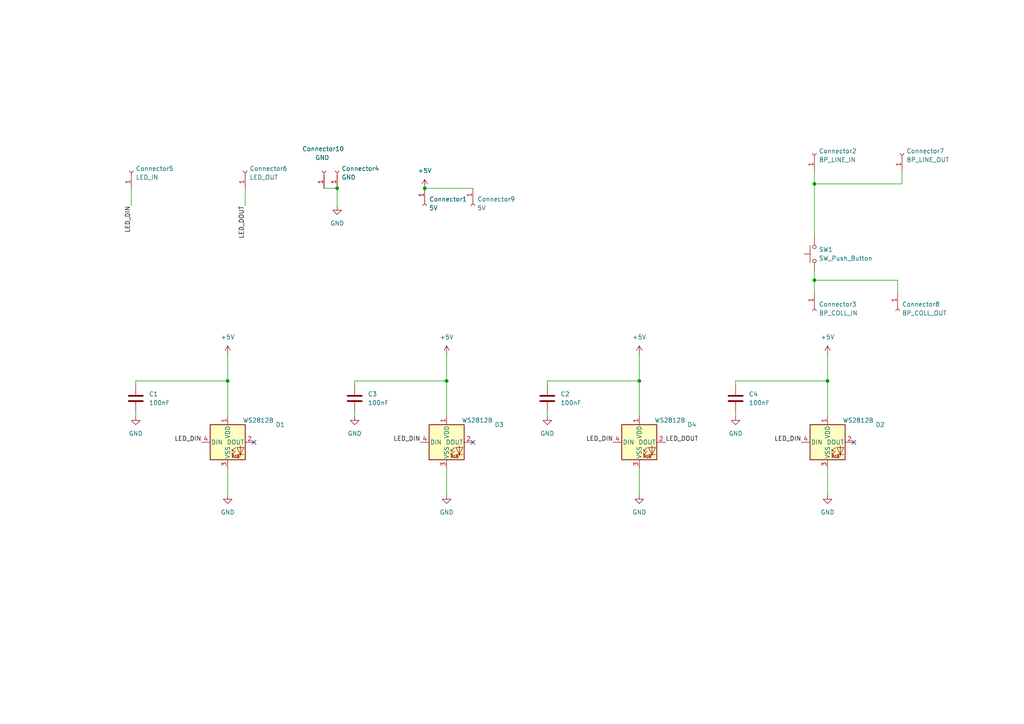
<source format=kicad_sch>
(kicad_sch (version 20230121) (generator eeschema)
  (paper "A4")
  (lib_symbols
    (symbol "Connector:Conn_01x01_Socket" (pin_names (offset 1.016) hide)
      (property "Reference" "J" (at 0 2.54 0))
      (property "Value" "Conn_01x01_Socket" (at 0 -2.54 0))
      (symbol "Conn_01x01_Socket_1_1"
        (polyline (pts (xy -1.27 0) (xy -0.508 0)) (stroke (width 0.1524)))
        (arc (start 0 0.508) (mid -0.5058 0) (end 0 -0.508) (stroke (width 0.1524)))
        (pin passive line (at -5.08 0 0) (length 3.81) (name "Pin_1") (number "1"))
      )
    )
    (symbol "Device:C" (pin_numbers hide) (pin_names (offset 0.254))
      (property "Reference" "C" (at 0.635 2.54 0))
      (property "Value" "C" (at 0.635 -2.54 0))
      (symbol "C_0_1"
        (polyline (pts (xy -2.032 -0.762) (xy 2.032 -0.762)) (stroke (width 0.508)))
        (polyline (pts (xy -2.032 0.762) (xy 2.032 0.762)) (stroke (width 0.508)))
      )
      (symbol "C_1_1"
        (pin passive line (at 0 3.81 270) (length 2.794) (name "~") (number "1"))
        (pin passive line (at 0 -3.81 90) (length 2.794) (name "~") (number "2"))
      )
    )
    (symbol "LED:WS2812B" (pin_names (offset 0.254))
      (property "Reference" "D" (at 5.08 5.715 0))
      (property "Value" "WS2812B" (at 1.27 -5.715 0))
      (symbol "WS2812B_0_0"
        (text "RGB" (at 2.286 -4.191 0) (effects (font (size 0.762 0.762))))
      )
      (symbol "WS2812B_0_1"
        (polyline (pts (xy 1.27 -3.556) (xy 1.778 -3.556)))
        (polyline (pts (xy 1.27 -2.54) (xy 1.778 -2.54)))
        (polyline (pts (xy 4.699 -3.556) (xy 2.667 -3.556)))
        (polyline (pts (xy 2.286 -2.54) (xy 1.27 -3.556) (xy 1.27 -3.048)))
        (polyline (pts (xy 2.286 -1.524) (xy 1.27 -2.54) (xy 1.27 -2.032)))
        (polyline (pts (xy 3.683 -1.016) (xy 3.683 -3.556) (xy 3.683 -4.064)))
        (polyline (pts (xy 4.699 -1.524) (xy 2.667 -1.524) (xy 3.683 -3.556) (xy 4.699 -1.524)))
        (rectangle (start 5.08 5.08) (end -5.08 -5.08) (stroke (width 0.254)) (fill (type background)))
      )
      (symbol "WS2812B_1_1"
        (pin power_in line (at 0 7.62 270) (length 2.54) (name "VDD") (number "1"))
        (pin output line (at 7.62 0 180) (length 2.54) (name "DOUT") (number "2"))
        (pin power_in line (at 0 -7.62 90) (length 2.54) (name "VSS") (number "3"))
        (pin input line (at -7.62 0 0) (length 2.54) (name "DIN") (number "4"))
      )
    )
    (symbol "Lib_Proj_Balances:SW_Push_Button" (pin_numbers hide) (pin_names (offset 1.016) hide)
      (property "Reference" "SW" (at 1.27 2.54 0))
      (property "Value" "SW_Push_Button" (at 0 -1.524 0))
      (symbol "SW_Push_Button_0_1"
        (circle (center -2.032 0) (radius 0.508))
        (polyline (pts (xy 0 1.27) (xy 0 3.048)))
        (polyline (pts (xy 2.54 1.27) (xy -2.54 1.27)))
        (circle (center 2.032 0) (radius 0.508))
        (pin passive line (at -5.08 0 0) (length 2.54) (name "1") (number "1"))
        (pin passive line (at 5.08 0 180) (length 2.54) (name "2") (number "2"))
      )
    )
    (symbol "power:+5V" (power) (pin_names (offset 0))
      (property "Value" "+5V" (at 0 3.556 0))
      (symbol "+5V_0_1"
        (polyline (pts (xy -0.762 1.27) (xy 0 2.54)))
        (polyline (pts (xy 0 0) (xy 0 2.54)))
        (polyline (pts (xy 0 2.54) (xy 0.762 1.27)))
      )
      (symbol "+5V_1_1"
        (pin power_in line (at 0 0 90) (length 0) hide (name "+5V") (number "1"))
      )
    )
    (symbol "power:GND" (power) (pin_names (offset 0))
      (property "Value" "GND" (at 0 -3.81 0))
      (symbol "GND_0_1"
        (polyline (pts (xy 0 0) (xy 0 -1.27) (xy 1.27 -1.27) (xy 0 -2.54) (xy -1.27 -1.27) (xy 0 -1.27)))
      )
      (symbol "GND_1_1"
        (pin power_in line (at 0 0 270) (length 0) hide (name "GND") (number "1"))
      )
    )
  )
  (junction (at 236.22 81.28))
  (junction (at 123.19 54.61))
  (junction (at 66.04 110.49))
  (junction (at 129.54 110.49))
  (junction (at 185.42 110.49))
  (junction (at 97.79 54.61))
  (junction (at 236.22 53.34))
  (junction (at 240.03 110.49))
  (no_connect (at 137.16 128.27))
  (no_connect (at 73.66 128.27))
  (no_connect (at 247.65 128.27))
  (wire (pts (xy 236.22 49.53) (xy 236.22 53.34)))
  (wire (pts (xy 102.87 111.76) (xy 102.87 110.49)))
  (wire (pts (xy 240.03 135.89) (xy 240.03 143.51)))
  (wire (pts (xy 93.98 54.61) (xy 97.79 54.61)))
  (wire (pts (xy 66.04 135.89) (xy 66.04 143.51)))
  (wire (pts (xy 185.42 135.89) (xy 185.42 143.51)))
  (wire (pts (xy 213.36 119.38) (xy 213.36 120.65)))
  (wire (pts (xy 158.75 111.76) (xy 158.75 110.49)))
  (wire (pts (xy 158.75 110.49) (xy 185.42 110.49)))
  (wire (pts (xy 39.37 110.49) (xy 66.04 110.49)))
  (wire (pts (xy 185.42 110.49) (xy 185.42 120.65)))
  (wire (pts (xy 38.1 54.61) (xy 38.1 59.69)))
  (wire (pts (xy 71.12 54.61) (xy 71.12 59.69)))
  (wire (pts (xy 158.75 119.38) (xy 158.75 120.65)))
  (wire (pts (xy 102.87 119.38) (xy 102.87 120.65)))
  (wire (pts (xy 129.54 110.49) (xy 129.54 120.65)))
  (wire (pts (xy 236.22 81.28) (xy 236.22 85.09)))
  (wire (pts (xy 236.22 78.74) (xy 236.22 81.28)))
  (wire (pts (xy 97.79 54.61) (xy 97.79 59.69)))
  (wire (pts (xy 240.03 102.87) (xy 240.03 110.49)))
  (wire (pts (xy 129.54 102.87) (xy 129.54 110.49)))
  (wire (pts (xy 213.36 111.76) (xy 213.36 110.49)))
  (wire (pts (xy 39.37 119.38) (xy 39.37 120.65)))
  (wire (pts (xy 129.54 135.89) (xy 129.54 143.51)))
  (wire (pts (xy 260.35 85.09) (xy 260.35 81.28)))
  (wire (pts (xy 185.42 102.87) (xy 185.42 110.49)))
  (wire (pts (xy 240.03 110.49) (xy 240.03 120.65)))
  (wire (pts (xy 260.35 81.28) (xy 236.22 81.28)))
  (wire (pts (xy 236.22 53.34) (xy 261.62 53.34)))
  (wire (pts (xy 236.22 53.34) (xy 236.22 68.58)))
  (wire (pts (xy 261.62 49.53) (xy 261.62 53.34)))
  (wire (pts (xy 66.04 102.87) (xy 66.04 110.49)))
  (wire (pts (xy 102.87 110.49) (xy 129.54 110.49)))
  (wire (pts (xy 39.37 111.76) (xy 39.37 110.49)))
  (wire (pts (xy 123.19 54.61) (xy 137.16 54.61)))
  (wire (pts (xy 213.36 110.49) (xy 240.03 110.49)))
  (wire (pts (xy 66.04 110.49) (xy 66.04 120.65)))
  (label "LED_DIN" (at 121.92 128.27 180))
  (label "LED_DOUT" (at 71.12 59.69 270))
  (label "LED_DIN" (at 38.1 59.69 270))
  (label "LED_DIN" (at 177.8 128.27 180))
  (label "LED_DIN" (at 58.42 128.27 180))
  (label "LED_DOUT" (at 193.04 128.27 0))
  (label "LED_DIN" (at 232.41 128.27 180))
  (symbol (lib_id "Connector:Conn_01x01_Socket") (at 236.22 44.45 90) (unit 1)
    (property "Reference" "Connector2" (at 237.49 43.815 90) (effects (justify right)))
    (property "Value" "BP_LINE_IN" (at 237.49 46.355 90) (effects (justify right)))
    (property "Footprint" "Connector_PinHeader_2.54mm:PinHeader_1x01_P2.54mm_Vertical" (effects hide))
  )
  (symbol (lib_id "power:GND") (at 102.87 120.65 0) (unit 1)
    (property "Reference" "#PWR09" (effects hide))
    (property "Value" "GND" (at 102.87 125.73 0))
  )
  (symbol (lib_id "power:+5V") (at 185.42 102.87 0) (unit 1)
    (property "Reference" "#PWR07" (effects hide))
    (property "Value" "+5V" (at 185.42 97.79 0))
  )
  (symbol (lib_id "Device:C") (at 213.36 115.57 0) (unit 1)
    (property "Reference" "C4" (at 217.17 114.3 0) (effects (justify left)))
    (property "Value" "100nF" (at 217.17 116.84 0) (effects (justify left)))
    (property "Footprint" "Capacitor_SMD:C_1206_3216Metric" (effects hide))
  )
  (symbol (lib_id "Connector:Conn_01x01_Socket") (at 261.62 44.45 90) (unit 1)
    (property "Reference" "Connector7" (at 262.89 43.815 90) (effects (justify right)))
    (property "Value" "BP_LINE_OUT" (at 262.89 46.355 90) (effects (justify right)))
    (property "Footprint" "Connector_PinHeader_2.54mm:PinHeader_1x01_P2.54mm_Vertical" (effects hide))
  )
  (symbol (lib_id "Connector:Conn_01x01_Socket") (at 236.22 90.17 270) (unit 1)
    (property "Reference" "Connector3" (at 237.49 88.265 90) (effects (justify left)))
    (property "Value" "BP_COLL_IN" (at 237.49 90.805 90) (effects (justify left)))
    (property "Footprint" "Connector_PinHeader_2.54mm:PinHeader_1x01_P2.54mm_Vertical" (effects hide))
  )
  (symbol (lib_id "Connector:Conn_01x01_Socket") (at 97.79 49.53 90) (unit 1)
    (property "Reference" "Connector4" (at 99.06 48.895 90) (effects (justify right)))
    (property "Value" "GND" (at 99.06 51.435 90) (effects (justify right)))
    (property "Footprint" "Connector_PinHeader_2.54mm:PinHeader_1x01_P2.54mm_Vertical" (effects hide))
  )
  (symbol (lib_id "power:GND") (at 66.04 143.51 0) (unit 1)
    (property "Reference" "#PWR01" (effects hide))
    (property "Value" "GND" (at 66.04 148.59 0))
  )
  (symbol (lib_id "Connector:Conn_01x01_Socket") (at 71.12 49.53 90) (unit 1)
    (property "Reference" "Connector6" (at 72.39 48.895 90) (effects (justify right)))
    (property "Value" "LED_OUT" (at 72.39 51.435 90) (effects (justify right)))
    (property "Footprint" "Connector_PinHeader_2.54mm:PinHeader_1x01_P2.54mm_Vertical" (effects hide))
  )
  (symbol (lib_id "Connector:Conn_01x01_Socket") (at 93.98 49.53 90) (unit 1)
    (property "Reference" "Connector10" (at 87.63 43.18 90) (effects (justify right)))
    (property "Value" "GND" (at 91.44 45.72 90) (effects (justify right)))
    (property "Footprint" "Connector_PinHeader_2.54mm:PinHeader_1x01_P2.54mm_Vertical" (effects hide))
  )
  (symbol (lib_id "Connector:Conn_01x01_Socket") (at 38.1 49.53 90) (unit 1)
    (property "Reference" "Connector5" (at 39.37 48.895 90) (effects (justify right)))
    (property "Value" "LED_IN" (at 39.37 51.435 90) (effects (justify right)))
    (property "Footprint" "Connector_PinHeader_2.54mm:PinHeader_1x01_P2.54mm_Vertical" (effects hide))
  )
  (symbol (lib_id "power:GND") (at 97.79 59.69 0) (unit 1)
    (property "Reference" "#PWR04" (effects hide))
    (property "Value" "GND" (at 97.79 64.77 0))
  )
  (symbol (lib_id "LED:WS2812B") (at 240.03 128.27 0) (unit 1)
    (property "Reference" "D2" (at 255.27 123.19 0))
    (property "Value" "WS2812B" (at 248.92 121.92 0))
    (property "Footprint" "LED_SMD:LED_WS2812B_PLCC4_5.0x5.0mm_P3.2mm" (effects hide))
    (property "Datasheet" "https://cdn-shop.adafruit.com/datasheets/WS2812B.pdf" (effects hide))
  )
  (symbol (lib_id "power:GND") (at 213.36 120.65 0) (unit 1)
    (property "Reference" "#PWR012" (effects hide))
    (property "Value" "GND" (at 213.36 125.73 0))
  )
  (symbol (lib_id "Connector:Conn_01x01_Socket") (at 260.35 90.17 270) (unit 1)
    (property "Reference" "Connector8" (at 261.62 88.265 90) (effects (justify left)))
    (property "Value" "BP_COLL_OUT" (at 261.62 90.805 90) (effects (justify left)))
    (property "Footprint" "Connector_PinHeader_2.54mm:PinHeader_1x01_P2.54mm_Vertical" (effects hide))
  )
  (symbol (lib_id "Device:C") (at 39.37 115.57 0) (unit 1)
    (property "Reference" "C1" (at 43.18 114.3 0) (effects (justify left)))
    (property "Value" "100nF" (at 43.18 116.84 0) (effects (justify left)))
    (property "Footprint" "Capacitor_SMD:C_1206_3216Metric" (effects hide))
  )
  (symbol (lib_id "Lib_Proj_Balances:SW_Push_Button") (at 236.22 73.66 90) (unit 1)
    (property "Reference" "SW1" (at 237.49 72.39 90) (effects (justify right)))
    (property "Value" "SW_Push_Button" (at 237.49 74.93 90) (effects (justify right)))
    (property "Footprint" "Button_Switch_THT:SW_PUSH_6mm" (effects hide))
  )
  (symbol (lib_id "power:+5V") (at 123.19 54.61 0) (unit 1)
    (property "Reference" "#PWR05" (effects hide))
    (property "Value" "+5V" (at 123.19 49.53 0))
  )
  (symbol (lib_id "power:GND") (at 129.54 143.51 0) (unit 1)
    (property "Reference" "#PWR011" (effects hide))
    (property "Value" "GND" (at 129.54 148.59 0))
  )
  (symbol (lib_id "power:+5V") (at 129.54 102.87 0) (unit 1)
    (property "Reference" "#PWR010" (effects hide))
    (property "Value" "+5V" (at 129.54 97.79 0))
  )
  (symbol (lib_id "Connector:Conn_01x01_Socket") (at 137.16 59.69 270) (unit 1)
    (property "Reference" "Connector9" (at 138.43 57.785 90) (effects (justify left)))
    (property "Value" "5V" (at 138.43 60.325 90) (effects (justify left)))
    (property "Footprint" "Connector_PinHeader_2.54mm:PinHeader_1x01_P2.54mm_Vertical" (effects hide))
  )
  (symbol (lib_id "LED:WS2812B") (at 129.54 128.27 0) (unit 1)
    (property "Reference" "D3" (at 144.78 123.19 0))
    (property "Value" "WS2812B" (at 138.43 121.92 0))
    (property "Footprint" "LED_SMD:LED_WS2812B_PLCC4_5.0x5.0mm_P3.2mm" (effects hide))
    (property "Datasheet" "https://cdn-shop.adafruit.com/datasheets/WS2812B.pdf" (effects hide))
  )
  (symbol (lib_id "LED:WS2812B") (at 185.42 128.27 0) (unit 1)
    (property "Reference" "D4" (at 200.66 123.19 0))
    (property "Value" "WS2812B" (at 194.31 121.92 0))
    (property "Footprint" "LED_SMD:LED_WS2812B_PLCC4_5.0x5.0mm_P3.2mm" (effects hide))
    (property "Datasheet" "https://cdn-shop.adafruit.com/datasheets/WS2812B.pdf" (effects hide))
  )
  (symbol (lib_id "power:+5V") (at 240.03 102.87 0) (unit 1)
    (property "Reference" "#PWR013" (effects hide))
    (property "Value" "+5V" (at 240.03 97.79 0))
  )
  (symbol (lib_id "power:GND") (at 240.03 143.51 0) (unit 1)
    (property "Reference" "#PWR014" (effects hide))
    (property "Value" "GND" (at 240.03 148.59 0))
  )
  (symbol (lib_id "power:GND") (at 39.37 120.65 0) (unit 1)
    (property "Reference" "#PWR03" (effects hide))
    (property "Value" "GND" (at 39.37 125.73 0))
  )
  (symbol (lib_id "power:+5V") (at 66.04 102.87 0) (unit 1)
    (property "Reference" "#PWR02" (effects hide))
    (property "Value" "+5V" (at 66.04 97.79 0))
  )
  (symbol (lib_id "Connector:Conn_01x01_Socket") (at 123.19 59.69 270) (unit 1)
    (property "Reference" "Connector1" (at 124.46 57.785 90) (effects (justify left)))
    (property "Value" "5V" (at 124.46 60.325 90) (effects (justify left)))
    (property "Footprint" "Connector_PinHeader_2.54mm:PinHeader_1x01_P2.54mm_Vertical" (effects hide))
  )
  (symbol (lib_id "power:GND") (at 158.75 120.65 0) (unit 1)
    (property "Reference" "#PWR06" (effects hide))
    (property "Value" "GND" (at 158.75 125.73 0))
  )
  (symbol (lib_id "power:GND") (at 185.42 143.51 0) (unit 1)
    (property "Reference" "#PWR08" (effects hide))
    (property "Value" "GND" (at 185.42 148.59 0))
  )
  (symbol (lib_id "LED:WS2812B") (at 66.04 128.27 0) (unit 1)
    (property "Reference" "D1" (at 81.28 123.19 0))
    (property "Value" "WS2812B" (at 74.93 121.92 0))
    (property "Footprint" "LED_SMD:LED_WS2812B_PLCC4_5.0x5.0mm_P3.2mm" (effects hide))
    (property "Datasheet" "https://cdn-shop.adafruit.com/datasheets/WS2812B.pdf" (effects hide))
  )
  (symbol (lib_id "Device:C") (at 158.75 115.57 0) (unit 1)
    (property "Reference" "C2" (at 162.56 114.3 0) (effects (justify left)))
    (property "Value" "100nF" (at 162.56 116.84 0) (effects (justify left)))
    (property "Footprint" "Capacitor_SMD:C_1206_3216Metric" (effects hide))
  )
  (symbol (lib_id "Device:C") (at 102.87 115.57 0) (unit 1)
    (property "Reference" "C3" (at 106.68 114.3 0) (effects (justify left)))
    (property "Value" "100nF" (at 106.68 116.84 0) (effects (justify left)))
    (property "Footprint" "Capacitor_SMD:C_1206_3216Metric" (effects hide))
  )
)
</source>
